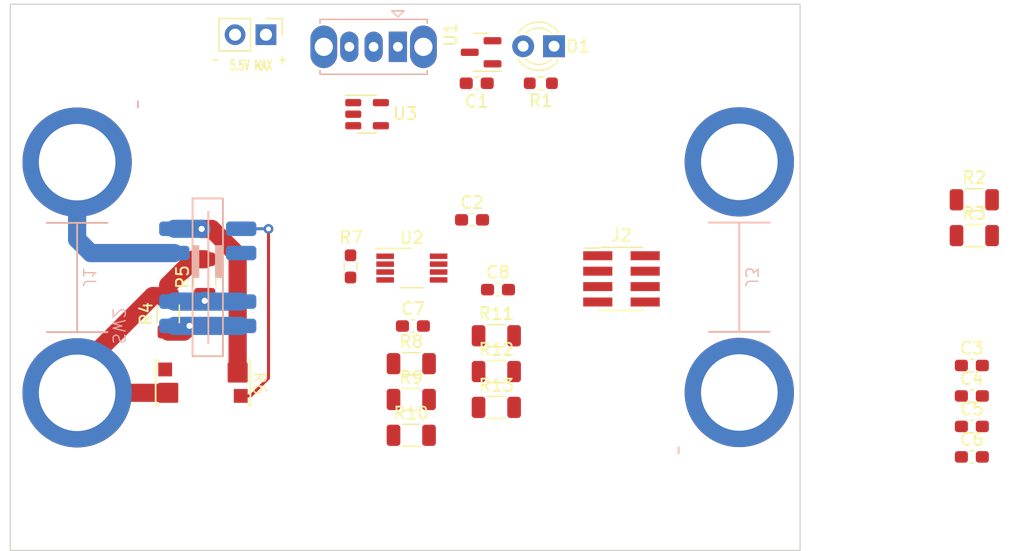
<source format=kicad_pcb>
(kicad_pcb (version 20231007) (generator pcbnew)
  (layers (0 "F.Cu" signal) (31 "B.Cu" signal) (34 "B.Paste" user) (35 "F.Paste" user) (36 "B.SilkS" user "B.Silkscreen") (37 "F.SilkS" user "F.Silkscreen") (38 "B.Mask" user) (39 "F.Mask" user) (44 "Edge.Cuts" user))
  (net 0 "")
  (net 1 "Net-(BT1-+)")
  (net 2 "-BATT")
  (net 3 "+BATT")
  (net 4 "GNDREF")
  (net 5 "/Sig_Out")
  (net 6 "/10k")
  (net 7 "/10R")
  (net 8 "Net-(R7-Pad2)")
  (net 9 "/10m")
  (net 11 "/Cur Neg")
  (net 12 "/Cur Pos")
  (net 13 "Net-(U3-+)")
  (net 14 "Net-(U2B-+)")
  (net 15 "Net-(U2A--)")
  (net 16 "Net-(U2B--)")
  (net 17 "Net-(D1-A)")
  (net 18 "Net-(D1-K)")
  (net 19 "Net-(R6-Pad2)")
  (net 20 "Net-(U2A-+)")
  (net 21 "Net-(R10-Pad1)")
  (net 22 "Net-(R12-Pad2)")
  (footprint "Capacitor_SMD:C_0603_1608Metric_Pad1.08x0.95mm_HandSolder" (layer "F.Cu") (at 159.3875 94)
    (property "Reference" "C1" (at 0 1.5 0) (layer "F.SilkS"))
    (property "Value" "0u1")
    (fp_line (start -0.146267 -0.51) (end 0.146267 -0.51) (stroke (width 0.12)) (layer "F.SilkS"))
    (fp_line (start -0.146267 0.51) (end 0.146267 0.51) (stroke (width 0.12)) (layer "F.SilkS"))
    (pad "1" smd roundrect (at -0.8625 0) (size 1.075 0.95) (layers "F.Cu" "F.Paste" "F.Mask") (net 3 "+BATT"))
    (pad "2" smd roundrect (at 0.8625 0) (size 1.075 0.95) (layers "F.Cu" "F.Paste" "F.Mask") (net 2 "-BATT"))
  )
  (footprint "Resistor_SMD:R_1206_3216Metric" (layer "F.Cu") (at 161 114.8)
    (property "Reference" "R11" (at 0 -1.82 0) (layer "F.SilkS"))
    (property "Value" "1k 0.05%")
    (fp_line (start -0.727064 -0.91) (end 0.727064 -0.91) (stroke (width 0.12)) (layer "F.SilkS"))
    (fp_line (start -0.727064 0.91) (end 0.727064 0.91) (stroke (width 0.12)) (layer "F.SilkS"))
    (pad "1" smd roundrect (at -1.4625 0) (size 1.125 1.75) (layers "F.Cu" "F.Paste" "F.Mask") (roundrect_rratio 0.222222) (net 16 "Net-(U2B--)"))
    (pad "2" smd roundrect (at 1.4625 0) (size 1.125 1.75) (layers "F.Cu" "F.Paste" "F.Mask") (roundrect_rratio 0.222222) (net 4 "GNDREF"))
  )
  (footprint "LED_THT:LED_D3.0mm" (layer "F.Cu") (at 165.75 90.95 180)
    (property "Reference" "D1" (at -2 0 180) (layer "F.SilkS"))
    (property "Value" "LED")
    (fp_line (start -0.29 1.08) (end -0.29 1.236) (stroke (width 0.12)) (layer "F.SilkS"))
    (fp_line (start -0.29 -1.236) (end -0.29 -1.08) (stroke (width 0.12)) (layer "F.SilkS"))
    (fp_arc (start 2.942335 1.078608) (mid 1.366487 1.987659) (end -0.29 1.235516) (stroke (width 0.12)) (layer "F.SilkS"))
    (fp_arc (start 2.31113 1.079837) (mid 1.270117 1.5) (end 0.229039 1.08) (stroke (width 0.12)) (layer "F.SilkS"))
    (fp_arc (start 0.229039 -1.08) (mid 1.270117 -1.5) (end 2.31113 -1.079837) (stroke (width 0.12)) (layer "F.SilkS"))
    (fp_arc (start -0.29 -1.235516) (mid 1.366487 -1.987659) (end 2.942335 -1.078608) (stroke (width 0.12)) (layer "F.SilkS"))
    (pad "1" thru_hole rect (at 0 0 180) (size 1.8 1.8) (drill 0.9) (layers "*.Cu" "*.Mask") (net 18 "Net-(D1-K)"))
    (pad "2" thru_hole circle (at 2.54 0 180) (size 1.8 1.8) (drill 0.9) (layers "*.Cu" "*.Mask") (net 17 "Net-(D1-A)"))
  )
  (footprint "Capacitor_SMD:C_0603_1608Metric_Pad1.08x0.95mm_HandSolder" (layer "F.Cu") (at 200.1375 117.25)
    (property "Reference" "C3" (at 0 -1.43 0) (layer "F.SilkS"))
    (property "Value" "0u1")
    (fp_line (start -0.146267 -0.51) (end 0.146267 -0.51) (stroke (width 0.12)) (layer "F.SilkS"))
    (fp_line (start -0.146267 0.51) (end 0.146267 0.51) (stroke (width 0.12)) (layer "F.SilkS"))
    (pad "1" smd roundrect (at -0.8625 0) (size 1.075 0.95) (layers "F.Cu" "F.Paste" "F.Mask") (net 13 "Net-(U3-+)"))
    (pad "2" smd roundrect (at 0.8625 0) (size 1.075 0.95) (layers "F.Cu" "F.Paste" "F.Mask") (net 2 "-BATT"))
  )
  (footprint "Package_TO_SOT_SMD:SOT-23" (layer "F.Cu") (at 159.75 91.45 180)
    (property "Reference" "U1" (at 2.5 1.45 -90) (layer "F.SilkS"))
    (property "Value" "APX809SA")
    (fp_line (start 0 1.56) (end 0.65 1.56) (stroke (width 0.12)) (layer "F.SilkS"))
    (fp_line (start 0 1.56) (end -0.65 1.56) (stroke (width 0.12)) (layer "F.SilkS"))
    (fp_line (start 0 -1.56) (end 0.65 -1.56) (stroke (width 0.12)) (layer "F.SilkS"))
    (fp_line (start 0 -1.56) (end -1.675 -1.56) (stroke (width 0.12)) (layer "F.SilkS"))
    (pad "1" smd roundrect (at -0.9375 -0.95 180) (size 1.475 0.6) (layers "F.Cu" "F.Paste" "F.Mask") (net 2 "-BATT"))
    (pad "2" smd roundrect (at -0.9375 0.95 180) (size 1.475 0.6) (layers "F.Cu" "F.Paste" "F.Mask") (net 17 "Net-(D1-A)"))
    (pad "3" smd roundrect (at 0.9375 0 180) (size 1.475 0.6) (layers "F.Cu" "F.Paste" "F.Mask") (net 3 "+BATT"))
  )
  (footprint "Package_TO_SOT_SMD:SOT-23-5" (layer "F.Cu") (at 150.3625 96.55)
    (property "Reference" "U3" (at 3.1375 -0.05 0) (layer "F.SilkS"))
    (property "Value" "LMV321")
    (fp_line (start 0 -1.56) (end -1.8 -1.56) (stroke (width 0.12)) (layer "F.SilkS"))
    (fp_line (start 0 -1.56) (end 0.8 -1.56) (stroke (width 0.12)) (layer "F.SilkS"))
    (fp_line (start 0 1.56) (end -0.8 1.56) (stroke (width 0.12)) (layer "F.SilkS"))
    (fp_line (start 0 1.56) (end 0.8 1.56) (stroke (width 0.12)) (layer "F.SilkS"))
    (pad "1" smd roundrect (at -1.1375 -0.95) (size 1.325 0.6) (layers "F.Cu" "F.Paste" "F.Mask") (net 13 "Net-(U3-+)"))
    (pad "2" smd roundrect (at -1.1375 0) (size 1.325 0.6) (layers "F.Cu" "F.Paste" "F.Mask") (net 2 "-BATT"))
    (pad "3" smd roundrect (at -1.1375 0.95) (size 1.325 0.6) (layers "F.Cu" "F.Paste" "F.Mask") (net 4 "GNDREF"))
    (pad "4" smd roundrect (at 1.1375 0.95) (size 1.325 0.6) (layers "F.Cu" "F.Paste" "F.Mask") (net 4 "GNDREF"))
    (pad "5" smd roundrect (at 1.1375 -0.95) (size 1.325 0.6) (layers "F.Cu" "F.Paste" "F.Mask") (net 3 "+BATT"))
  )
  (footprint "Capacitor_SMD:C_0603_1608Metric_Pad1.08x0.95mm_HandSolder" (layer "F.Cu") (at 154.1375 114)
    (property "Reference" "C7" (at 0 -1.43 0) (layer "F.SilkS"))
    (property "Value" "10p")
    (fp_line (start -0.146267 -0.51) (end 0.146267 -0.51) (stroke (width 0.12)) (layer "F.SilkS"))
    (fp_line (start -0.146267 0.51) (end 0.146267 0.51) (stroke (width 0.12)) (layer "F.SilkS"))
    (pad "1" smd roundrect (at -0.8625 0) (size 1.075 0.95) (layers "F.Cu" "F.Paste" "F.Mask") (net 15 "Net-(U2A--)"))
    (pad "2" smd roundrect (at 0.8625 0) (size 1.075 0.95) (layers "F.Cu" "F.Paste" "F.Mask") (net 14 "Net-(U2B-+)"))
  )
  (footprint "Capacitor_SMD:C_0603_1608Metric_Pad1.08x0.95mm_HandSolder" (layer "F.Cu") (at 161.1375 111)
    (property "Reference" "C8" (at 0 -1.43 0) (layer "F.SilkS"))
    (property "Value" "10p")
    (fp_line (start -0.146267 -0.51) (end 0.146267 -0.51) (stroke (width 0.12)) (layer "F.SilkS"))
    (fp_line (start -0.146267 0.51) (end 0.146267 0.51) (stroke (width 0.12)) (layer "F.SilkS"))
    (pad "1" smd roundrect (at -0.8625 0) (size 1.075 0.95) (layers "F.Cu" "F.Paste" "F.Mask") (net 16 "Net-(U2B--)"))
    (pad "2" smd roundrect (at 0.8625 0) (size 1.075 0.95) (layers "F.Cu" "F.Paste" "F.Mask") (net 5 "/Sig_Out"))
  )
  (footprint "Resistor_SMD:R_1206_3216Metric" (layer "F.Cu") (at 137 109.9625 90)
    (property "Reference" "R5" (at 0 -1.82 270) (layer "F.SilkS"))
    (property "Value" "10R 0.05%")
    (fp_line (start -0.727064 -0.91) (end 0.727064 -0.91) (stroke (width 0.12)) (layer "F.SilkS"))
    (fp_line (start -0.727064 0.91) (end 0.727064 0.91) (stroke (width 0.12)) (layer "F.SilkS"))
    (pad "1" smd roundrect (at -1.4625 0 90) (size 1.125 1.75) (layers "F.Cu" "F.Paste" "F.Mask") (roundrect_rratio 0.222222) (net 7 "/10R"))
    (pad "2" smd roundrect (at 1.4625 0 90) (size 1.125 1.75) (layers "F.Cu" "F.Paste" "F.Mask") (roundrect_rratio 0.222222) (net 11 "/Cur Neg"))
  )
  (footprint "Connector_PinHeader_1.27mm:PinHeader_2x04_P1.27mm_Vertical_SMD" (layer "F.Cu") (at 171.3 110.115)
    (property "Reference" "J2" (at 0 -3.6 0) (layer "F.SilkS"))
    (property "Value" "Conn_02x04_Odd_Even")
    (fp_line (start -3.09 -2.535) (end -1.765 -2.535) (stroke (width 0.12)) (layer "F.SilkS"))
    (fp_line (start -1.765 -2.6) (end -1.765 -2.535) (stroke (width 0.12)) (layer "F.SilkS"))
    (fp_line (start -1.765 -2.6) (end 1.765 -2.6) (stroke (width 0.12)) (layer "F.SilkS"))
    (fp_line (start -1.765 2.535) (end -1.765 2.6) (stroke (width 0.12)) (layer "F.SilkS"))
    (fp_line (start -1.765 2.6) (end 1.765 2.6) (stroke (width 0.12)) (layer "F.SilkS"))
    (fp_line (start 1.765 -2.6) (end 1.765 -2.535) (stroke (width 0.12)) (layer "F.SilkS"))
    (fp_line (start 1.765 2.535) (end 1.765 2.6) (stroke (width 0.12)) (layer "F.SilkS"))
    (pad "1" smd rect (at -1.95 -1.905) (size 2.4 0.74) (layers "F.Cu" "F.Paste" "F.Mask") (net 3 "+BATT"))
    (pad "2" smd rect (at 1.95 -1.905) (size 2.4 0.74) (layers "F.Cu" "F.Paste" "F.Mask") (net 3 "+BATT"))
    (pad "3" smd rect (at -1.95 -0.635) (size 2.4 0.74) (layers "F.Cu" "F.Paste" "F.Mask") (net 5 "/Sig_Out"))
    (pad "4" smd rect (at 1.95 -0.635) (size 2.4 0.74) (layers "F.Cu" "F.Paste" "F.Mask") (net 5 "/Sig_Out"))
    (pad "5" smd rect (at -1.95 0.635) (size 2.4 0.74) (layers "F.Cu" "F.Paste" "F.Mask") (net 4 "GNDREF"))
    (pad "6" smd rect (at 1.95 0.635) (size 2.4 0.74) (layers "F.Cu" "F.Paste" "F.Mask") (net 4 "GNDREF"))
    (pad "7" smd rect (at -1.95 1.905) (size 2.4 0.74) (layers "F.Cu" "F.Paste" "F.Mask") (net 2 "-BATT"))
    (pad "8" smd rect (at 1.95 1.905) (size 2.4 0.74) (layers "F.Cu" "F.Paste" "F.Mask") (net 2 "-BATT"))
  )
  (footprint "Capacitor_SMD:C_0603_1608Metric_Pad1.08x0.95mm_HandSolder" (layer "F.Cu") (at 200.1375 124.78)
    (property "Reference" "C6" (at 0 -1.43 0) (layer "F.SilkS"))
    (property "Value" "0u1")
    (fp_line (start -0.146267 -0.51) (end 0.146267 -0.51) (stroke (width 0.12)) (layer "F.SilkS"))
    (fp_line (start -0.146267 0.51) (end 0.146267 0.51) (stroke (width 0.12)) (layer "F.SilkS"))
    (pad "1" smd roundrect (at -0.8625 0) (size 1.075 0.95) (layers "F.Cu" "F.Paste" "F.Mask") (net 4 "GNDREF"))
    (pad "2" smd roundrect (at 0.8625 0) (size 1.075 0.95) (layers "F.Cu" "F.Paste" "F.Mask") (net 2 "-BATT"))
  )
  (footprint "Resistor_SMD:R_1206_3216Metric" (layer "F.Cu") (at 200.3375 103.6)
    (property "Reference" "R2" (at 0 -1.82 0) (layer "F.SilkS"))
    (property "Value" "10k 0.05%")
    (fp_line (start -0.727064 -0.91) (end 0.727064 -0.91) (stroke (width 0.12)) (layer "F.SilkS"))
    (fp_line (start -0.727064 0.91) (end 0.727064 0.91) (stroke (width 0.12)) (layer "F.SilkS"))
    (pad "1" smd roundrect (at -1.4625 0) (size 1.125 1.75) (layers "F.Cu" "F.Paste" "F.Mask") (roundrect_rratio 0.222222) (net 3 "+BATT"))
    (pad "2" smd roundrect (at 1.4625 0) (size 1.125 1.75) (layers "F.Cu" "F.Paste" "F.Mask") (roundrect_rratio 0.222222) (net 13 "Net-(U3-+)"))
  )
  (footprint "Resistor_SMD:R_1206_3216Metric" (layer "F.Cu") (at 161 120.7)
    (property "Reference" "R13" (at 0 -1.82 0) (layer "F.SilkS"))
    (property "Value" "2k2 0.05%")
    (fp_line (start -0.727064 -0.91) (end 0.727064 -0.91) (stroke (width 0.12)) (layer "F.SilkS"))
    (fp_line (start -0.727064 0.91) (end 0.727064 0.91) (stroke (width 0.12)) (layer "F.SilkS"))
    (pad "1" smd roundrect (at -1.4625 0) (size 1.125 1.75) (layers "F.Cu" "F.Paste" "F.Mask") (roundrect_rratio 0.222222) (net 22 "Net-(R12-Pad2)"))
    (pad "2" smd roundrect (at 1.4625 0) (size 1.125 1.75) (layers "F.Cu" "F.Paste" "F.Mask") (roundrect_rratio 0.222222) (net 5 "/Sig_Out"))
  )
  (footprint "Package_SO:VSSOP-8_3.0x3.0mm_P0.65mm" (layer "F.Cu") (at 154.05 109.225)
    (property "Reference" "U2" (at 0 -2.5 0) (layer "F.SilkS"))
    (property "Value" "OPA2387")
    (fp_line (start 0 -1.62) (end -3 -1.62) (stroke (width 0.12)) (layer "F.SilkS"))
    (fp_line (start 1 1.62) (end -1 1.62) (stroke (width 0.12)) (layer "F.SilkS"))
    (pad "1" smd rect (at -2.2 -0.975 270) (size 0.45 1.45) (layers "F.Cu" "F.Paste" "F.Mask") (net 14 "Net-(U2B-+)"))
    (pad "2" smd rect (at -2.2 -0.325 270) (size 0.45 1.45) (layers "F.Cu" "F.Paste" "F.Mask") (net 15 "Net-(U2A--)"))
    (pad "3" smd rect (at -2.2 0.325 270) (size 0.45 1.45) (layers "F.Cu" "F.Paste" "F.Mask") (net 20 "Net-(U2A-+)"))
    (pad "4" smd rect (at -2.2 0.975 270) (size 0.45 1.45) (layers "F.Cu" "F.Paste" "F.Mask") (net 2 "-BATT"))
    (pad "5" smd rect (at 2.2 0.975 270) (size 0.45 1.45) (layers "F.Cu" "F.Paste" "F.Mask") (net 14 "Net-(U2B-+)"))
    (pad "6" smd rect (at 2.2 0.325 270) (size 0.45 1.45) (layers "F.Cu" "F.Paste" "F.Mask") (net 16 "Net-(U2B--)"))
    (pad "7" smd rect (at 2.2 -0.325 270) (size 0.45 1.45) (layers "F.Cu" "F.Paste" "F.Mask") (net 5 "/Sig_Out"))
    (pad "8" smd rect (at 2.2 -0.975 270) (size 0.45 1.45) (layers "F.Cu" "F.Paste" "F.Mask") (net 3 "+BATT"))
  )
  (footprint "Resistor_SMD:R_1206_3216Metric" (layer "F.Cu") (at 134 112.995952 90)
    (property "Reference" "R4" (at 0 -1.82 270) (layer "F.SilkS"))
    (property "Value" "10k 0.05%")
    (fp_line (start -0.727064 -0.91) (end 0.727064 -0.91) (stroke (width 0.12)) (layer "F.SilkS"))
    (fp_line (start -0.727064 0.91) (end 0.727064 0.91) (stroke (width 0.12)) (layer "F.SilkS"))
    (pad "1" smd roundrect (at -1.4625 0 90) (size 1.125 1.75) (layers "F.Cu" "F.Paste" "F.Mask") (roundrect_rratio 0.222222) (net 6 "/10k"))
    (pad "2" smd roundrect (at 1.4625 0 90) (size 1.125 1.75) (layers "F.Cu" "F.Paste" "F.Mask") (roundrect_rratio 0.222222) (net 11 "/Cur Neg"))
  )
  (footprint "Resistor_SMD:R_1206_3216Metric" (layer "F.Cu") (at 161 117.75)
    (property "Reference" "R12" (at 0 -1.82 0) (layer "F.SilkS"))
    (property "Value" "6k8 0.05%")
    (fp_line (start -0.727064 -0.91) (end 0.727064 -0.91) (stroke (width 0.12)) (layer "F.SilkS"))
    (fp_line (start -0.727064 0.91) (end 0.727064 0.91) (stroke (width 0.12)) (layer "F.SilkS"))
    (pad "1" smd roundrect (at -1.4625 0) (size 1.125 1.75) (layers "F.Cu" "F.Paste" "F.Mask") (roundrect_rratio 0.222222) (net 16 "Net-(U2B--)"))
    (pad "2" smd roundrect (at 1.4625 0) (size 1.125 1.75) (layers "F.Cu" "F.Paste" "F.Mask") (roundrect_rratio 0.222222) (net 22 "Net-(R12-Pad2)"))
  )
  (footprint "Resistor_SMD:R_1206_3216Metric" (layer "F.Cu") (at 200.3375 106.55)
    (property "Reference" "R3" (at 0 -1.82 0) (layer "F.SilkS"))
    (property "Value" "10k 0.05%")
    (fp_line (start -0.727064 -0.91) (end 0.727064 -0.91) (stroke (width 0.12)) (layer "F.SilkS"))
    (fp_line (start -0.727064 0.91) (end 0.727064 0.91) (stroke (width 0.12)) (layer "F.SilkS"))
    (pad "1" smd roundrect (at -1.4625 0) (size 1.125 1.75) (layers "F.Cu" "F.Paste" "F.Mask") (roundrect_rratio 0.222222) (net 13 "Net-(U3-+)"))
    (pad "2" smd roundrect (at 1.4625 0) (size 1.125 1.75) (layers "F.Cu" "F.Paste" "F.Mask") (roundrect_rratio 0.222222) (net 2 "-BATT"))
  )
  (footprint "Capacitor_SMD:C_0603_1608Metric_Pad1.08x0.95mm_HandSolder" (layer "F.Cu") (at 200.1375 119.76)
    (property "Reference" "C4" (at 0 -1.43 0) (layer "F.SilkS"))
    (property "Value" "0u1")
    (fp_line (start -0.146267 -0.51) (end 0.146267 -0.51) (stroke (width 0.12)) (layer "F.SilkS"))
    (fp_line (start -0.146267 0.51) (end 0.146267 0.51) (stroke (width 0.12)) (layer "F.SilkS"))
    (pad "1" smd roundrect (at -0.8625 0) (size 1.075 0.95) (layers "F.Cu" "F.Paste" "F.Mask") (net 3 "+BATT"))
    (pad "2" smd roundrect (at 0.8625 0) (size 1.075 0.95) (layers "F.Cu" "F.Paste" "F.Mask") (net 2 "-BATT"))
  )
  (footprint "Resistor_SMD:R_1206_3216Metric" (layer "F.Cu") (at 154 117.1)
    (property "Reference" "R8" (at 0 -1.82 0) (layer "F.SilkS"))
    (property "Value" "1k 0.05%")
    (fp_line (start -0.727064 -0.91) (end 0.727064 -0.91) (stroke (width 0.12)) (layer "F.SilkS"))
    (fp_line (start -0.727064 0.91) (end 0.727064 0.91) (stroke (width 0.12)) (layer "F.SilkS"))
    (pad "1" smd roundrect (at -1.4625 0) (size 1.125 1.75) (layers "F.Cu" "F.Paste" "F.Mask") (roundrect_rratio 0.222222) (net 15 "Net-(U2A--)"))
    (pad "2" smd roundrect (at 1.4625 0) (size 1.125 1.75) (layers "F.Cu" "F.Paste" "F.Mask") (roundrect_rratio 0.222222) (net 4 "GNDREF"))
  )
  (footprint "Capacitor_SMD:C_0603_1608Metric_Pad1.08x0.95mm_HandSolder" (layer "F.Cu") (at 159 105.25)
    (property "Reference" "C2" (at 0 -1.43 0) (layer "F.SilkS"))
    (property "Value" "0u1")
    (fp_line (start -0.146267 -0.51) (end 0.146267 -0.51) (stroke (width 0.12)) (layer "F.SilkS"))
    (fp_line (start -0.146267 0.51) (end 0.146267 0.51) (stroke (width 0.12)) (layer "F.SilkS"))
    (pad "1" smd roundrect (at -0.8625 0) (size 1.075 0.95) (layers "F.Cu" "F.Paste" "F.Mask") (net 3 "+BATT"))
    (pad "2" smd roundrect (at 0.8625 0) (size 1.075 0.95) (layers "F.Cu" "F.Paste" "F.Mask") (net 2 "-BATT"))
  )
  (footprint "Connector_PinHeader_2.54mm:PinHeader_1x02_P2.54mm_Vertical" (layer "F.Cu") (at 142.04 90 -90)
    (property "Reference" "BT1" hide)
    (property "Value" "3*AAA")
    (fp_line (start -1.33 3.87) (end 1.33 3.87) (stroke (width 0.12)) (layer "F.SilkS"))
    (fp_line (start -1.33 1.27) (end -1.33 3.87) (stroke (width 0.12)) (layer "F.SilkS"))
    (fp_line (start -1.33 1.27) (end 1.33 1.27) (stroke (width 0.12)) (layer "F.SilkS"))
    (fp_line (start 1.33 1.27) (end 1.33 3.87) (stroke (width 0.12)) (layer "F.SilkS"))
    (fp_line (start -1.33 0) (end -1.33 -1.33) (stroke (width 0.12)) (layer "F.SilkS"))
    (fp_line (start -1.33 -1.33) (end 0 -1.33) (stroke (width 0.12)) (layer "F.SilkS"))
    (pad "1" thru_hole rect (at 0 0 270) (size 1.7 1.7) (drill 1) (layers "*.Cu" "*.Mask") (net 1 "Net-(BT1-+)"))
    (pad "2" thru_hole oval (at 0 2.54 270) (size 1.7 1.7) (drill 1) (layers "*.Cu" "*.Mask") (net 2 "-BATT"))
  )
  (footprint "Resistor_SMD:R_1206_3216Metric" (layer "F.Cu") (at 154 120.05)
    (property "Reference" "R9" (at 0 -1.82 0) (layer "F.SilkS"))
    (property "Value" "6k8 0.05%")
    (fp_line (start -0.727064 -0.91) (end 0.727064 -0.91) (stroke (width 0.12)) (layer "F.SilkS"))
    (fp_line (start -0.727064 0.91) (end 0.727064 0.91) (stroke (width 0.12)) (layer "F.SilkS"))
    (pad "1" smd roundrect (at -1.4625 0) (size 1.125 1.75) (layers "F.Cu" "F.Paste" "F.Mask") (roundrect_rratio 0.222222) (net 15 "Net-(U2A--)"))
    (pad "2" smd roundrect (at 1.4625 0) (size 1.125 1.75) (layers "F.Cu" "F.Paste" "F.Mask") (roundrect_rratio 0.222222) (net 21 "Net-(R10-Pad1)"))
  )
  (footprint "Resistor_SMD:R_0603_1608Metric_Pad0.98x0.95mm_HandSolder" (layer "F.Cu") (at 164.6625 94 180)
    (property "Reference" "R1" (at 0 -1.43 180) (layer "F.SilkS"))
    (property "Value" "270R")
    (fp_line (start -0.254724 0.5225) (end 0.254724 0.5225) (stroke (width 0.12)) (layer "F.SilkS"))
    (fp_line (start -0.254724 -0.5225) (end 0.254724 -0.5225) (stroke (width 0.12)) (layer "F.SilkS"))
    (pad "1" smd roundrect (at -0.9125 0 180) (size 0.975 0.95) (layers "F.Cu" "F.Paste" "F.Mask") (net 18 "Net-(D1-K)"))
    (pad "2" smd roundrect (at 0.9125 0 180) (size 0.975 0.95) (layers "F.Cu" "F.Paste" "F.Mask") (net 2 "-BATT"))
  )
  (footprint "Capacitor_SMD:C_0603_1608Metric_Pad1.08x0.95mm_HandSolder" (layer "F.Cu") (at 200.1375 122.27)
    (property "Reference" "C5" (at 0 -1.43 0) (layer "F.SilkS"))
    (property "Value" "1u")
    (fp_line (start -0.146267 -0.51) (end 0.146267 -0.51) (stroke (width 0.12)) (layer "F.SilkS"))
    (fp_line (start -0.146267 0.51) (end 0.146267 0.51) (stroke (width 0.12)) (layer "F.SilkS"))
    (pad "1" smd roundrect (at -0.8625 0) (size 1.075 0.95) (layers "F.Cu" "F.Paste" "F.Mask") (net 4 "GNDREF"))
    (pad "2" smd roundrect (at 0.8625 0) (size 1.075 0.95) (layers "F.Cu" "F.Paste" "F.Mask") (net 2 "-BATT"))
  )
  (footprint "Resistor_SMD:R_0603_1608Metric_Pad0.98x0.95mm_HandSolder" (layer "F.Cu") (at 149 109.0875 90)
    (property "Reference" "R7" (at 2.4 0.05 180) (layer "F.SilkS"))
    (property "Value" "270R")
    (fp_line (start -0.254724 -0.5225) (end 0.254724 -0.5225) (stroke (width 0.12)) (layer "F.SilkS"))
    (fp_line (start -0.254724 0.5225) (end 0.254724 0.5225) (stroke (width 0.12)) (layer "F.SilkS"))
    (pad "1" smd roundrect (at -0.9125 0 90) (size 0.975 0.95) (layers "F.Cu" "F.Paste" "F.Mask") (net 20 "Net-(U2A-+)"))
    (pad "2" smd roundrect (at 0.9125 0 90) (size 0.975 0.95) (layers "F.Cu" "F.Paste" "F.Mask") (net 8 "Net-(R7-Pad2)"))
  )
  (footprint "Resistor_SMD:R_1206_3216Metric" (layer "F.Cu") (at 154 123)
    (property "Reference" "R10" (at 0 -1.82 0) (layer "F.SilkS"))
    (property "Value" "2k2 0.05%")
    (fp_line (start -0.727064 -0.91) (end 0.727064 -0.91) (stroke (width 0.12)) (layer "F.SilkS"))
    (fp_line (start -0.727064 0.91) (end 0.727064 0.91) (stroke (width 0.12)) (layer "F.SilkS"))
    (pad "1" smd roundrect (at -1.4625 0) (size 1.125 1.75) (layers "F.Cu" "F.Paste" "F.Mask") (roundrect_rratio 0.222222) (net 21 "Net-(R10-Pad1)"))
    (pad "2" smd roundrect (at 1.4625 0) (size 1.125 1.75) (layers "F.Cu" "F.Paste" "F.Mask") (roundrect_rratio 0.222222) (net 14 "Net-(U2B-+)"))
  )
  (footprint "kicad global library:CSM2512S" (layer "F.Cu") (at 139.71 117.83 -90)
    (property "Reference" "R6" (at 0.9 -1.8 -90 unlocked) (layer "F.SilkS") (effects (font (thickness 0.1))))
    (property "Value" "Y14870R01000B9 10m")
    (fp_line (start -1 6.75) (end 2.7 6.75) (stroke (width 0.15)) (layer "F.SilkS"))
    (fp_line (start -1 6.5) (end -1 6.75) (stroke (width 0.15)) (layer "F.SilkS"))
    (fp_line (start 2.7 6.5) (end 2.7 6.75) (stroke (width 0.15)) (layer "F.SilkS"))
    (fp_line (start -1 -0.8) (end -1 -1.05) (stroke (width 0.15)) (layer "F.SilkS"))
    (fp_line (start 2.7 -0.8) (end 2.7 -1.05) (stroke (width 0.15)) (layer "F.SilkS"))
    (fp_line (start -1 -1.05) (end 2.7 -1.05) (stroke (width 0.15)) (layer "F.SilkS"))
    (pad "1" smd roundrect (at 0 0 270) (size 1.65 1.65) (layers "F.Cu" "F.Paste" "F.Mask") (roundrect_rratio 0.0656167979) (net 9 "/10m"))
    (pad "2" smd rect (at 1.925 -0.255 270) (size 1.14 1.14) (layers "F.Cu" "F.Paste" "F.Mask") (net 19 "Net-(R6-Pad2)"))
    (pad "3" smd rect (at -0.255 5.965 90) (size 1.14 1.14) (layers "F.Cu" "F.Paste" "F.Mask") (net 4 "GNDREF"))
    (pad "4" smd roundrect (at 1.67 5.71 90) (size 1.65 1.65) (layers "F.Cu" "F.Paste" "F.Mask") (roundrect_rratio 0.0656167979) (net 11 "/Cur Neg"))
  )
  (footprint "Button_Switch_THT:SW_Slide_1P2T_CK_OS102011MS2Q" (layer "B.Cu") (at 152.9 91 180)
    (property "Reference" "SW1" hide)
    (property "Value" "SW_SPDT")
    (fp_line (start 6.41 2.26) (end -2.41 2.26) (stroke (width 0.12)) (layer "B.SilkS"))
    (fp_line (start 6.41 1.95) (end 6.41 2.26) (stroke (width 0.12)) (layer "B.SilkS"))
    (fp_line (start 6.41 -1.95) (end 6.41 -2.26) (stroke (width 0.12)) (layer "B.SilkS"))
    (fp_line (start 0.5 2.96) (end 0 2.46) (stroke (width 0.12)) (layer "B.SilkS"))
    (fp_line (start 0 2.46) (end -0.5 2.96) (stroke (width 0.12)) (layer "B.SilkS"))
    (fp_line (start -0.5 2.96) (end 0.5 2.96) (stroke (width 0.12)) (layer "B.SilkS"))
    (fp_line (start -2.41 2.26) (end -2.41 1.95) (stroke (width 0.12)) (layer "B.SilkS"))
    (fp_line (start -2.41 -1.95) (end -2.41 -2.26) (stroke (width 0.12)) (layer "B.SilkS"))
    (fp_line (start -2.41 -2.26) (end 6.41 -2.26) (stroke (width 0.12)) (layer "B.SilkS"))
    (pad "" thru_hole oval (at -2.1 0 180) (size 2.2 3.5) (drill 1.5) (layers "*.Cu" "*.Mask"))
    (pad "" thru_hole oval (at 6.1 0 180) (size 2.2 3.5) (drill 1.5) (layers "*.Cu" "*.Mask"))
    (pad "1" thru_hole rect (at 0 0 180) (size 1.5 2.5) (drill 0.8) (layers "*.Cu" "*.Mask"))
    (pad "2" thru_hole oval (at 2 0 180) (size 1.5 2.5) (drill 0.8) (layers "*.Cu" "*.Mask") (net 1 "Net-(BT1-+)"))
    (pad "3" thru_hole oval (at 4 0 180) (size 1.5 2.5) (drill 0.8) (layers "*.Cu" "*.Mask") (net 3 "+BATT"))
  )
  (footprint "kicad global library:Dual M6 Banana" (layer "B.Cu") (at 126.5 119.5 90)
    (property "Reference" "J1" (at 9.5125 1 -90 unlocked) (layer "B.SilkS") (effects (font (thickness 0.1)) (justify mirror)))
    (property "Value" "Conn_01x02_Socket")
    (fp_line (start 14 0) (end 14 -2.5) (stroke (width 0.15)) (layer "B.SilkS"))
    (fp_line (start 14 0) (end 5 0) (stroke (width 0.15)) (layer "B.SilkS"))
    (fp_line (start 5 0) (end 5 -2.5) (stroke (width 0.15)) (layer "B.SilkS"))
    (fp_line (start 14 2.5) (end 14 0) (stroke (width 0.15)) (layer "B.SilkS"))
    (fp_line (start 5 2.5) (end 5 0) (stroke (width 0.15)) (layer "B.SilkS"))
    (fp_line (start 24 5) (end 23.5 5) (stroke (width 0.15)) (layer "B.SilkS"))
    (pad "1" thru_hole circle locked (at 0 0 90) (size 9 9) (drill 6.3) (layers "*.Cu" "*.Mask") (net 11 "/Cur Neg"))
    (pad "2" thru_hole circle locked (at 19 0 90) (size 9 9) (drill 6.3) (layers "*.Cu" "*.Mask") (net 12 "/Cur Pos"))
  )
  (footprint "kicad global library:Dual M6 Banana" (layer "B.Cu") (at 181 100.475 -90)
    (property "Reference" "J3" (at 9.5 -1 -90 unlocked) (layer "B.SilkS") (effects (font (thickness 0.1)) (justify mirror)))
    (property "Value" "Conn_01x02_Socket")
    (fp_line (start 24 5) (end 23.5 5) (stroke (width 0.15)) (layer "B.SilkS"))
    (fp_line (start 5 2.5) (end 5 0) (stroke (width 0.15)) (layer "B.SilkS"))
    (fp_line (start 14 2.5) (end 14 0) (stroke (width 0.15)) (layer "B.SilkS"))
    (fp_line (start 5 0) (end 5 -2.5) (stroke (width 0.15)) (layer "B.SilkS"))
    (fp_line (start 14 0) (end 5 0) (stroke (width 0.15)) (layer "B.SilkS"))
    (fp_line (start 14 0) (end 14 -2.5) (stroke (width 0.15)) (layer "B.SilkS"))
    (pad "1" thru_hole circle locked (at 0 0 270) (size 9 9) (drill 6.3) (layers "*.Cu" "*.Mask") (net 5 "/Sig_Out"))
    (pad "2" thru_hole circle locked (at 19 0 270) (size 9 9) (drill 6.3) (layers "*.Cu" "*.Mask") (net 4 "GNDREF"))
  )
  (footprint "kicad global library:JS203011SCQN" (layer "B.Cu") (at 134.5 113.9875 90)
    (property "Reference" "SW2" (at 0 -4.58 -90 unlocked) (layer "B.SilkS") (effects (font (thickness 0.1)) (justify mirror)))
    (property "Value" "JS203011SCQN SW_DP3T")
    (fp_line (start -1.4 2.8) (end 9.4 2.8) (stroke (width 0.15)) (layer "B.SilkS"))
    (fp_rect (start 10.5 1.5) (end -2.5 4) (stroke (width 0.15)) (fill none) (layer "B.SilkS"))
    (fp_rect (start 6.6 1.5) (end 4 2) (stroke (width 0.1)) (fill solid) (layer "B.SilkS"))
    (fp_rect (start 6.6 3.4) (end 4 4) (stroke (width 0.1)) (fill solid) (layer "B.SilkS"))
    (pad "1" smd roundrect (at 0 0) (size 2.5 1.2) (layers "B.Cu" "B.Paste" "B.Mask") (net 6 "/10k"))
    (pad "2" smd roundrect (at 2 0) (size 2.5 1.2) (layers "B.Cu" "B.Paste" "B.Mask") (net 7 "/10R"))
    (pad "3" smd roundrect (at 6 0) (size 2.5 1.2) (layers "B.Cu" "B.Paste" "B.Mask") (net 12 "/Cur Pos"))
    (pad "4" smd roundrect (at 8 0) (size 2.5 1.2) (layers "B.Cu" "B.Paste" "B.Mask") (net 9 "/10m"))
    (pad "5" smd roundrect (at 0 5.5) (size 2.5 1.2) (layers "B.Cu" "B.Paste" "B.Mask") (net 6 "/10k"))
    (pad "6" smd roundrect (at 2 5.5) (size 2.5 1.2) (layers "B.Cu" "B.Paste" "B.Mask") (net 7 "/10R"))
    (pad "7" smd roundrect (at 6 5.5) (size 2.5 1.2) (layers "B.Cu" "B.Paste" "B.Mask") (net 8 "Net-(R7-Pad2)"))
    (pad "8" smd roundrect (at 8 5.5) (size 2.5 1.2) (layers "B.Cu" "B.Paste" "B.Mask") (net 19 "Net-(R6-Pad2)"))
  )
  (gr_rect locked (start 121 87.4875) (end 186 132.4875) (stroke (width 0.1)) (fill none) (layer "Edge.Cuts"))
  (gr_text "5.5V MAX" (at 139 93 0) (layer "F.SilkS") (effects (font (size 0.8 0.5) (thickness 0.125) bold) (justify left bottom)))
  (gr_text "-" (at 137.5 92.5 0) (layer "F.SilkS") (effects (font (size 0.8 0.5) (thickness 0.125) bold) (justify left bottom)))
  (gr_text "+" (at 143 92.5 0) (layer "F.SilkS") (effects (font (size 0.8 0.5) (thickness 0.125) bold) (justify left bottom)))
  (segment (start 134 114.458452) (end 135.279048 114.458452) (width 1.5) (layer "F.Cu") (net 6))
  (segment (start 135.279048 114.458452) (end 135.75 113.9875) (width 1.5) (layer "F.Cu") (net 6))
  (via (at 135.75 113.9875) (size 1) (drill 0.5) (layers "F.Cu" "B.Cu") (net 6))
  (segment (start 135.75 113.9875) (end 140 113.9875) (width 1.5) (layer "B.Cu") (net 6))
  (segment (start 134.5 113.9875) (end 135.75 113.9875) (width 1.5) (layer "B.Cu") (net 6))
  (via (at 137 111.920952) (size 1) (drill 0.5) (layers "F.Cu" "B.Cu") (net 7))
  (segment (start 137.066548 111.9875) (end 140 111.9875) (width 1.5) (layer "B.Cu") (net 7))
  (segment (start 137 111.920952) (end 137.066548 111.9875) (width 1.5) (layer "B.Cu") (net 7))
  (segment (start 136.933452 111.9875) (end 134.5 111.9875) (width 1.5) (layer "B.Cu") (net 7))
  (segment (start 137 111.920952) (end 136.933452 111.9875) (width 1.5) (layer "B.Cu") (net 7))
  (segment (start 137.565748 106) (end 136.75 106) (width 1.5) (layer "F.Cu") (net 9))
  (segment (start 139.71 108.144252) (end 137.565748 106) (width 1.5) (layer "F.Cu") (net 9))
  (segment (start 139.71 117.83) (end 139.71 108.144252) (width 1.5) (layer "F.Cu") (net 9))
  (via (at 136.75 106) (size 1) (drill 0.5) (layers "F.Cu" "B.Cu") (net 9))
  (segment (start 136.7375 105.9875) (end 134.5 105.9875) (width 1.5) (layer "B.Cu") (net 9))
  (segment (start 136.75 106) (end 136.7375 105.9875) (width 1.5) (layer "B.Cu") (net 9))
  (segment (start 126.5 117.75) (end 126.5 119.5) (width 1.5) (layer "F.Cu") (net 11))
  (segment (start 134 119.5) (end 126.5 119.5) (width 1.5) (layer "F.Cu") (net 11))
  (segment (start 134 111.533452) (end 132.716548 111.533452) (width 1.5) (layer "F.Cu") (net 11))
  (segment (start 132.716548 111.533452) (end 126.5 117.75) (width 1.5) (layer "F.Cu") (net 11))
  (segment (start 136.125 108.5) (end 134 110.625) (width 1.5) (layer "F.Cu") (net 11))
  (segment (start 137 108.5) (end 136.125 108.5) (width 1.5) (layer "F.Cu") (net 11))
  (segment (start 134 110.625) (end 134 111.533452) (width 1.5) (layer "F.Cu") (net 11))
  (segment (start 126.5 106.863961) (end 126.5 100.5) (width 1.5) (layer "B.Cu") (net 12))
  (segment (start 134.5 107.9875) (end 127.623539 107.9875) (width 1.5) (layer "B.Cu") (net 12))
  (segment (start 127.623539 107.9875) (end 126.5 106.863961) (width 1.5) (layer "B.Cu") (net 12))
  (segment (start 142.25 118.29) (end 140.785 119.755) (width 0.25) (layer "F.Cu") (net 19))
  (segment (start 142.25 106) (end 142.25 118.29) (width 0.25) (layer "F.Cu") (net 19))
  (segment (start 140.785 119.755) (end 139.965 119.755) (width 0.25) (layer "F.Cu") (net 19))
  (via (at 142.25 106) (size 0.8) (drill 0.4) (layers "F.Cu" "B.Cu") (net 19))
  (segment (start 140 105.9875) (end 142.2375 105.9875) (width 0.25) (layer "B.Cu") (net 19))
  (segment (start 142.2375 105.9875) (end 142.25 106) (width 0.25) (layer "B.Cu") (net 19))
)
</source>
